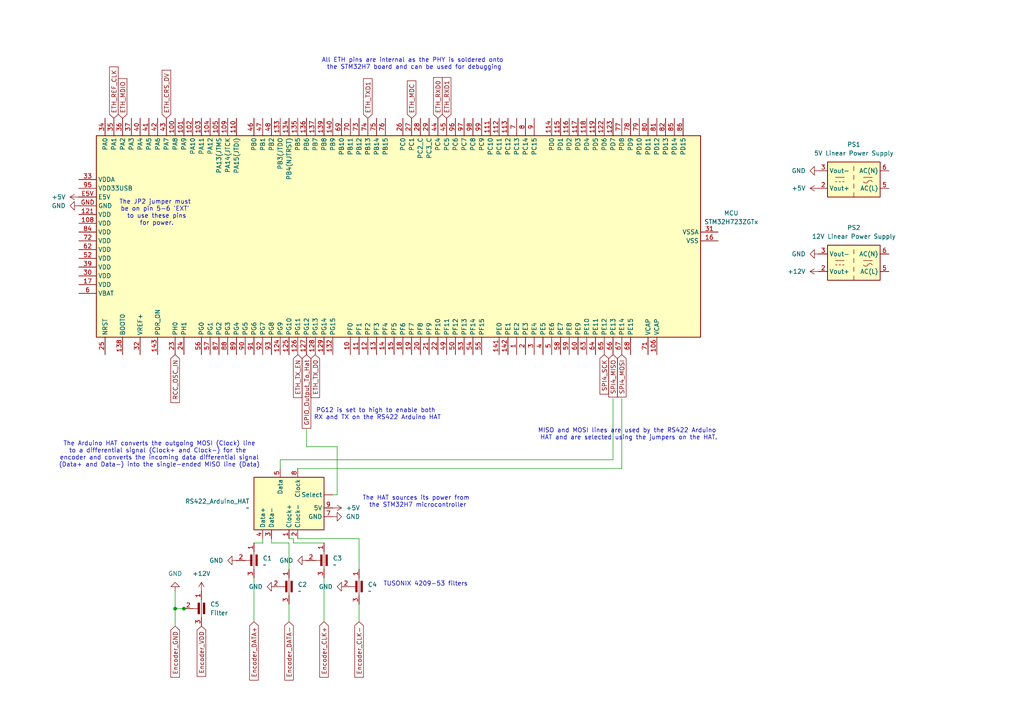
<source format=kicad_sch>
(kicad_sch (version 20231120) (generator "eeschema") (generator_version "8.0")
  (paper "A4")
  (lib_symbols
    (symbol "Converter_ACDC:TMLM04103"
      (property "Reference" "PS" (at 0 6.35 0))
      (property "Value" "TMLM04103" (at 0 -6.35 0))
      (symbol "TMLM04103_0_1"
        (rectangle (start -7.62 5.08) (end 7.62 -5.08) (stroke (width 0.254)) (fill (type background)))
        (arc (start -5.334 0.635) (mid -4.699 0.2495) (end -4.064 0.635))
        (arc (start -2.794 0.635) (mid -3.429 1.0072) (end -4.064 0.635))
        (polyline (pts (xy -5.334 -0.635) (xy -2.794 -0.635)))
        (polyline (pts (xy 0 -2.54) (xy 0 -3.81)))
        (polyline (pts (xy 0 0) (xy 0 -1.27)))
        (polyline (pts (xy 0 2.54) (xy 0 1.27)))
        (polyline (pts (xy 0 5.08) (xy 0 3.81)))
        (polyline (pts (xy 2.794 -0.635) (xy 5.334 -0.635)))
        (polyline (pts (xy 2.794 0.635) (xy 3.302 0.635)))
        (polyline (pts (xy 3.81 0.635) (xy 4.318 0.635)))
        (polyline (pts (xy 4.826 0.635) (xy 5.334 0.635)))
      )
      (symbol "TMLM04103_1_1"
        (pin power_out line (at 10.16 2.54 180) (length 2.54) (name "Vout+") (number "2"))
        (pin power_out line (at 10.16 -2.54 180) (length 2.54) (name "Vout-") (number "3"))
        (pin power_in line (at -10.16 2.54 0) (length 2.54) (name "AC(L)") (number "5"))
        (pin power_in line (at -10.16 -2.54 0) (length 2.54) (name "AC(N)") (number "6"))
      )
    )
    (symbol "Device:Filter_EMI_C" (pin_names (offset 0.254) hide)
      (property "Reference" "C" (at 0 7.62 0))
      (property "Value" "Filter_EMI_C" (at 0 5.715 0))
      (symbol "Filter_EMI_C_0_1"
        (rectangle (start -1.651 1.524) (end 1.524 2.032) (fill (type outline)))
        (polyline (pts (xy -2.54 2.54) (xy 2.54 2.54)))
        (polyline (pts (xy 0 0) (xy 0 1.778)))
        (rectangle (start 1.524 3.048) (end -1.651 3.556) (fill (type outline)))
      )
      (symbol "Filter_EMI_C_1_1"
        (pin passive line (at -5.08 2.54 0) (length 2.54) (name "1") (number "1"))
        (pin passive line (at 0 -2.54 90) (length 2.54) (name "2") (number "2"))
        (pin passive line (at 5.08 2.54 180) (length 2.54) (name "3") (number "3"))
      )
    )
    (symbol "MCU_ST_STM32H7:STM32H723ZGTx"
      (property "Reference" "U1" (at 8.0362 -95.25 90))
      (property "Value" "STM32H723ZGTx" (at 5.4962 -95.25 90))
      (symbol "STM32H723ZGTx_0_1"
        (rectangle (start -27.94 88.9) (end 30.48 -86.36) (stroke (width 0.254)) (fill (type background)))
      )
      (symbol "STM32H723ZGTx_1_1"
        (pin bidirectional line (at -33.02 -33.02 0) (length 5.08) (name "PE2") (number "1"))
        (pin bidirectional line (at -33.02 15.24 0) (length 5.08) (name "PF0") (number "10"))
        (pin bidirectional line (at 35.56 66.04 180) (length 5.08) (name "PA8") (number "100"))
        (pin bidirectional line (at 35.56 63.5 180) (length 5.08) (name "PA9") (number "101"))
        (pin bidirectional line (at 35.56 60.96 180) (length 5.08) (name "PA10") (number "102"))
        (pin bidirectional line (at 35.56 58.42 180) (length 5.08) (name "PA11") (number "103"))
        (pin bidirectional line (at 35.56 55.88 180) (length 5.08) (name "PA12") (number "104"))
        (pin bidirectional line (at 35.56 53.34 180) (length 5.08) (name "PA13(JTMS") (number "105"))
        (pin power_out line (at -33.02 -73.66 0) (length 5.08) (name "VCAP") (number "106"))
        (pin passive line (at 0 -91.44 90) (length 5.08) hide (name "VSS") (number "107"))
        (pin power_in line (at 5.08 93.98 270) (length 5.08) (name "VDD") (number "108"))
        (pin bidirectional line (at 35.56 50.8 180) (length 5.08) (name "PA14(JTCK") (number "109"))
        (pin bidirectional line (at -33.02 12.7 0) (length 5.08) (name "PF1") (number "11"))
        (pin bidirectional line (at 35.56 48.26 180) (length 5.08) (name "PA15(JTDI)") (number "110"))
        (pin bidirectional line (at 35.56 -25.4 180) (length 5.08) (name "PC10") (number "111"))
        (pin bidirectional line (at 35.56 -27.94 180) (length 5.08) (name "PC11") (number "112"))
        (pin bidirectional line (at 35.56 -30.48 180) (length 5.08) (name "PC12") (number "113"))
        (pin bidirectional line (at 35.56 -43.18 180) (length 5.08) (name "PD0") (number "114"))
        (pin bidirectional line (at 35.56 -45.72 180) (length 5.08) (name "PD1") (number "115"))
        (pin bidirectional line (at 35.56 -48.26 180) (length 5.08) (name "PD2") (number "116"))
        (pin bidirectional line (at 35.56 -50.8 180) (length 5.08) (name "PD3") (number "117"))
        (pin bidirectional line (at 35.56 -53.34 180) (length 5.08) (name "PD4") (number "118"))
        (pin bidirectional line (at 35.56 -55.88 180) (length 5.08) (name "PD5") (number "119"))
        (pin bidirectional line (at -33.02 10.16 0) (length 5.08) (name "PF2") (number "12"))
        (pin passive line (at 0 -91.44 90) (length 5.08) hide (name "VSS") (number "120"))
        (pin power_in line (at 7.62 93.98 270) (length 5.08) (name "VDD") (number "121"))
        (pin bidirectional line (at 35.56 -58.42 180) (length 5.08) (name "PD6") (number "122"))
        (pin bidirectional line (at 35.56 -60.96 180) (length 5.08) (name "PD7") (number "123"))
        (pin bidirectional line (at -33.02 35.56 0) (length 5.08) (name "PG9") (number "124"))
        (pin bidirectional line (at -33.02 33.02 0) (length 5.08) (name "PG10") (number "125"))
        (pin bidirectional line (at -33.02 30.48 0) (length 5.08) (name "PG11") (number "126"))
        (pin bidirectional line (at -33.02 27.94 0) (length 5.08) (name "PG12") (number "127"))
        (pin bidirectional line (at -33.02 25.4 0) (length 5.08) (name "PG13") (number "128"))
        (pin bidirectional line (at -33.02 22.86 0) (length 5.08) (name "PG14") (number "129"))
        (pin bidirectional line (at -33.02 7.62 0) (length 5.08) (name "PF3") (number "13"))
        (pin passive line (at 0 -91.44 90) (length 5.08) hide (name "VSS") (number "130"))
        (pin bidirectional line (at -33.02 20.32 0) (length 5.08) (name "PG15") (number "132"))
        (pin bidirectional line (at 35.56 35.56 180) (length 5.08) (name "PB3(JTDO") (number "133"))
        (pin bidirectional line (at 35.56 33.02 180) (length 5.08) (name "PB4(NJTRST)") (number "134"))
        (pin bidirectional line (at 35.56 30.48 180) (length 5.08) (name "PB5") (number "135"))
        (pin bidirectional line (at 35.56 27.94 180) (length 5.08) (name "PB6") (number "136"))
        (pin bidirectional line (at 35.56 25.4 180) (length 5.08) (name "PB7") (number "137"))
        (pin input line (at -33.02 81.28 0) (length 5.08) (name "BOOT0") (number "138"))
        (pin bidirectional line (at 35.56 22.86 180) (length 5.08) (name "PB8") (number "139"))
        (pin bidirectional line (at -33.02 5.08 0) (length 5.08) (name "PF4") (number "14"))
        (pin bidirectional line (at 35.56 20.32 180) (length 5.08) (name "PB9") (number "140"))
        (pin bidirectional line (at -33.02 -27.94 0) (length 5.08) (name "PE0") (number "141"))
        (pin bidirectional line (at -33.02 -30.48 0) (length 5.08) (name "PE1") (number "142"))
        (pin input line (at -33.02 71.12 0) (length 5.08) (name "PDR_ON") (number "143"))
        (pin bidirectional line (at -33.02 2.54 0) (length 5.08) (name "PF5") (number "15"))
        (pin power_in line (at 0 -91.44 90) (length 5.08) (name "VSS") (number "16"))
        (pin power_in line (at -12.7 93.98 270) (length 5.08) (name "VDD") (number "17"))
        (pin bidirectional line (at -33.02 0 0) (length 5.08) (name "PF6") (number "18"))
        (pin bidirectional line (at -33.02 -2.54 0) (length 5.08) (name "PF7") (number "19"))
        (pin bidirectional line (at -33.02 -35.56 0) (length 5.08) (name "PE3") (number "2"))
        (pin bidirectional line (at -33.02 -5.08 0) (length 5.08) (name "PF8") (number "20"))
        (pin bidirectional line (at -33.02 -7.62 0) (length 5.08) (name "PF9") (number "21"))
        (pin bidirectional line (at -33.02 -10.16 0) (length 5.08) (name "PF10") (number "22"))
        (pin bidirectional line (at -33.02 66.04 0) (length 5.08) (name "PH0") (number "23"))
        (pin bidirectional line (at -33.02 63.5 0) (length 5.08) (name "PH1") (number "24"))
        (pin input line (at -33.02 86.36 0) (length 5.08) (name "NRST") (number "25"))
        (pin bidirectional line (at 35.56 0 180) (length 5.08) (name "PC0") (number "26"))
        (pin bidirectional line (at 35.56 -2.54 180) (length 5.08) (name "PC1") (number "27"))
        (pin bidirectional line (at 35.56 -5.08 180) (length 5.08) (name "PC2_C") (number "28"))
        (pin bidirectional line (at 35.56 -7.62 180) (length 5.08) (name "PC3_C") (number "29"))
        (pin bidirectional line (at -33.02 -38.1 0) (length 5.08) (name "PE4") (number "3"))
        (pin power_in line (at -10.16 93.98 270) (length 5.08) (name "VDD") (number "30"))
        (pin power_in line (at 2.54 -91.44 90) (length 5.08) (name "VSSA") (number "31"))
        (pin input line (at -33.02 76.2 0) (length 5.08) (name "VREF+") (number "32"))
        (pin power_in line (at 17.78 93.98 270) (length 5.08) (name "VDDA") (number "33"))
        (pin bidirectional line (at 35.56 86.36 180) (length 5.08) (name "PA0") (number "34"))
        (pin bidirectional line (at 35.56 83.82 180) (length 5.08) (name "PA1") (number "35"))
        (pin bidirectional line (at 35.56 81.28 180) (length 5.08) (name "PA2") (number "36"))
        (pin bidirectional line (at 35.56 78.74 180) (length 5.08) (name "PA3") (number "37"))
        (pin passive line (at 0 -91.44 90) (length 5.08) hide (name "VSS") (number "38"))
        (pin power_in line (at -7.62 93.98 270) (length 5.08) (name "VDD") (number "39"))
        (pin bidirectional line (at -33.02 -40.64 0) (length 5.08) (name "PE5") (number "4"))
        (pin bidirectional line (at 35.56 76.2 180) (length 5.08) (name "PA4") (number "40"))
        (pin bidirectional line (at 35.56 73.66 180) (length 5.08) (name "PA5") (number "41"))
        (pin bidirectional line (at 35.56 71.12 180) (length 5.08) (name "PA6") (number "42"))
        (pin bidirectional line (at 35.56 68.58 180) (length 5.08) (name "PA7") (number "43"))
        (pin bidirectional line (at 35.56 -10.16 180) (length 5.08) (name "PC4") (number "44"))
        (pin bidirectional line (at 35.56 -12.7 180) (length 5.08) (name "PC5") (number "45"))
        (pin bidirectional line (at 35.56 43.18 180) (length 5.08) (name "PB0") (number "46"))
        (pin bidirectional line (at 35.56 40.64 180) (length 5.08) (name "PB1") (number "47"))
        (pin bidirectional line (at 35.56 38.1 180) (length 5.08) (name "PB2") (number "48"))
        (pin bidirectional line (at -33.02 -12.7 0) (length 5.08) (name "PF11") (number "49"))
        (pin bidirectional line (at -33.02 -43.18 0) (length 5.08) (name "PE6") (number "5"))
        (pin bidirectional line (at -33.02 -15.24 0) (length 5.08) (name "PF12") (number "50"))
        (pin passive line (at 0 -91.44 90) (length 5.08) hide (name "VSS") (number "51"))
        (pin power_in line (at -5.08 93.98 270) (length 5.08) (name "VDD") (number "52"))
        (pin bidirectional line (at -33.02 -17.78 0) (length 5.08) (name "PF13") (number "53"))
        (pin bidirectional line (at -33.02 -20.32 0) (length 5.08) (name "PF14") (number "54"))
        (pin bidirectional line (at -33.02 -22.86 0) (length 5.08) (name "PF15") (number "55"))
        (pin bidirectional line (at -33.02 58.42 0) (length 5.08) (name "PG0") (number "56"))
        (pin bidirectional line (at -33.02 55.88 0) (length 5.08) (name "PG1") (number "57"))
        (pin bidirectional line (at -33.02 -45.72 0) (length 5.08) (name "PE7") (number "58"))
        (pin bidirectional line (at -33.02 -48.26 0) (length 5.08) (name "PE8") (number "59"))
        (pin power_in line (at -15.24 93.98 270) (length 5.08) (name "VBAT") (number "6"))
        (pin bidirectional line (at -33.02 -50.8 0) (length 5.08) (name "PE9") (number "60"))
        (pin passive line (at 0 -91.44 90) (length 5.08) hide (name "VSS") (number "61"))
        (pin power_in line (at -2.54 93.98 270) (length 5.08) (name "VDD") (number "62"))
        (pin bidirectional line (at -33.02 -53.34 0) (length 5.08) (name "PE10") (number "63"))
        (pin bidirectional line (at -33.02 -55.88 0) (length 5.08) (name "PE11") (number "64"))
        (pin bidirectional line (at -33.02 -58.42 0) (length 5.08) (name "PE12") (number "65"))
        (pin bidirectional line (at -33.02 -60.96 0) (length 5.08) (name "PE13") (number "66"))
        (pin bidirectional line (at -33.02 -63.5 0) (length 5.08) (name "PE14") (number "67"))
        (pin bidirectional line (at -33.02 -66.04 0) (length 5.08) (name "PE15") (number "68"))
        (pin bidirectional line (at 35.56 17.78 180) (length 5.08) (name "PB10") (number "69"))
        (pin bidirectional line (at 35.56 -33.02 180) (length 5.08) (name "PC13") (number "7"))
        (pin bidirectional line (at 35.56 15.24 180) (length 5.08) (name "PB11") (number "70"))
        (pin power_out line (at -33.02 -71.12 0) (length 5.08) (name "VCAP") (number "71"))
        (pin power_in line (at 0 93.98 270) (length 5.08) (name "VDD") (number "72"))
        (pin bidirectional line (at 35.56 12.7 180) (length 5.08) (name "PB12") (number "73"))
        (pin bidirectional line (at 35.56 10.16 180) (length 5.08) (name "PB13") (number "74"))
        (pin bidirectional line (at 35.56 7.62 180) (length 5.08) (name "PB14") (number "75"))
        (pin bidirectional line (at 35.56 5.08 180) (length 5.08) (name "PB15") (number "76"))
        (pin bidirectional line (at 35.56 -63.5 180) (length 5.08) (name "PD8") (number "77"))
        (pin bidirectional line (at 35.56 -66.04 180) (length 5.08) (name "PD9") (number "78"))
        (pin bidirectional line (at 35.56 -68.58 180) (length 5.08) (name "PD10") (number "79"))
        (pin bidirectional line (at 35.56 -35.56 180) (length 5.08) (name "PC14") (number "8"))
        (pin bidirectional line (at 35.56 -71.12 180) (length 5.08) (name "PD11") (number "80"))
        (pin bidirectional line (at 35.56 -73.66 180) (length 5.08) (name "PD12") (number "81"))
        (pin bidirectional line (at 35.56 -76.2 180) (length 5.08) (name "PD13") (number "82"))
        (pin passive line (at 0 -91.44 90) (length 5.08) hide (name "VSS") (number "83"))
        (pin power_in line (at 2.54 93.98 270) (length 5.08) (name "VDD") (number "84"))
        (pin bidirectional line (at 35.56 -78.74 180) (length 5.08) (name "PD14") (number "85"))
        (pin bidirectional line (at 35.56 -81.28 180) (length 5.08) (name "PD15") (number "86"))
        (pin bidirectional line (at -33.02 53.34 0) (length 5.08) (name "PG2") (number "87"))
        (pin bidirectional line (at -33.02 50.8 0) (length 5.08) (name "PG3") (number "88"))
        (pin bidirectional line (at -33.02 48.26 0) (length 5.08) (name "PG4") (number "89"))
        (pin bidirectional line (at 35.56 -38.1 180) (length 5.08) (name "PC15") (number "9"))
        (pin bidirectional line (at -33.02 45.72 0) (length 5.08) (name "PG5") (number "90"))
        (pin bidirectional line (at -33.02 43.18 0) (length 5.08) (name "PG6") (number "91"))
        (pin bidirectional line (at -33.02 40.64 0) (length 5.08) (name "PG7") (number "92"))
        (pin bidirectional line (at -33.02 38.1 0) (length 5.08) (name "PG8") (number "93"))
        (pin passive line (at 0 -91.44 90) (length 5.08) hide (name "VSS") (number "94"))
        (pin power_in line (at 15.24 93.98 270) (length 5.08) (name "VDD33USB") (number "95"))
        (pin bidirectional line (at 35.56 -15.24 180) (length 5.08) (name "PC6") (number "96"))
        (pin bidirectional line (at 35.56 -17.78 180) (length 5.08) (name "PC7") (number "97"))
        (pin bidirectional line (at 35.56 -20.32 180) (length 5.08) (name "PC8") (number "98"))
        (pin bidirectional line (at 35.56 -22.86 180) (length 5.08) (name "PC9") (number "99"))
        (pin power_in line (at 12.7 93.98 270) (length 5.08) (name "E5V") (number "E5V"))
        (pin power_in line (at 10.16 93.98 270) (length 5.08) (name "GND") (number "GND"))
      )
    )
    (symbol "TPA6203A1DGN_1"
      (property "Reference" "RS422_Arduino_HAT" (at 0.6351 11.43 90))
      (property "Value" "~" (at -1.27 11.43 90))
      (symbol "TPA6203A1DGN_1_0_1"
        (rectangle (start -7.62 10.16) (end 7.62 -10.16) (stroke (width 0.254)) (fill (type background)))
      )
      (symbol "TPA6203A1DGN_1_1_1"
        (pin input line (at 2.54 -12.7 90) (length 2.54) (name "Select") (number ""))
        (pin output line (at -10.16 0 0) (length 2.54) (name "Clock+") (number "1"))
        (pin output line (at -10.16 -2.54 0) (length 2.54) (name "Clock-") (number "2"))
        (pin input line (at -10.16 5.08 0) (length 2.54) (name "Data-") (number "3"))
        (pin input line (at -10.16 7.62 0) (length 2.54) (name "Data+") (number "4"))
        (pin output line (at 10.16 2.54 180) (length 2.54) (name "Data") (number "5"))
        (pin power_in line (at -3.81 -12.7 90) (length 2.54) (name "GND") (number "7"))
        (pin input line (at 10.16 -2.54 180) (length 2.54) (name "Clock") (number "8"))
        (pin power_in line (at -1.27 -12.7 90) (length 2.54) (name "5V") (number "9"))
      )
    )
    (symbol "power:+12V" (power) (pin_numbers hide) (pin_names (offset 0) hide)
      (property "Value" "+12V" (at 0 3.556 0))
      (symbol "+12V_0_1"
        (polyline (pts (xy -0.762 1.27) (xy 0 2.54)))
        (polyline (pts (xy 0 0) (xy 0 2.54)))
        (polyline (pts (xy 0 2.54) (xy 0.762 1.27)))
      )
      (symbol "+12V_1_1"
        (pin power_in line (at 0 0 90) (length 0) (name "~") (number "1"))
      )
    )
    (symbol "power:+5V" (power) (pin_numbers hide) (pin_names (offset 0) hide)
      (property "Value" "+5V" (at 0 3.556 0))
      (symbol "+5V_0_1"
        (polyline (pts (xy -0.762 1.27) (xy 0 2.54)))
        (polyline (pts (xy 0 0) (xy 0 2.54)))
        (polyline (pts (xy 0 2.54) (xy 0.762 1.27)))
      )
      (symbol "+5V_1_1"
        (pin power_in line (at 0 0 90) (length 0) (name "~") (number "1"))
      )
    )
    (symbol "power:GND" (power) (pin_numbers hide) (pin_names (offset 0) hide)
      (property "Value" "GND" (at 0 -3.81 0))
      (symbol "GND_0_1"
        (polyline (pts (xy 0 0) (xy 0 -1.27) (xy 1.27 -1.27) (xy 0 -2.54) (xy -1.27 -1.27) (xy 0 -1.27)))
      )
      (symbol "GND_1_1"
        (pin power_in line (at 0 0 270) (length 0) (name "~") (number "1"))
      )
    )
  )
  (junction (at 53.34 176.53))
  (junction (at 50.8 176.53))
  (wire (pts (xy 83.82 156.21) (xy 85.09 156.21)))
  (wire (pts (xy 50.8 176.53) (xy 53.34 176.53)))
  (wire (pts (xy 177.8 115.57) (xy 177.8 133.35)))
  (wire (pts (xy 93.98 167.64) (xy 93.98 180.34)))
  (wire (pts (xy 104.14 156.21) (xy 104.14 165.1)))
  (wire (pts (xy 86.36 135.89) (xy 180.34 135.89)))
  (wire (pts (xy 83.82 157.48) (xy 78.74 157.48)))
  (wire (pts (xy 180.34 115.57) (xy 180.34 135.89)))
  (wire (pts (xy 100.33 170.18) (xy 99.06 170.18)))
  (wire (pts (xy 83.82 165.1) (xy 83.82 157.48)))
  (wire (pts (xy 76.2 156.21) (xy 76.2 157.48)))
  (wire (pts (xy 78.74 170.18) (xy 80.01 170.18)))
  (wire (pts (xy 78.74 157.48) (xy 78.74 156.21)))
  (wire (pts (xy 88.9 124.46) (xy 88.9 129.54)))
  (wire (pts (xy 81.28 133.35) (xy 177.8 133.35)))
  (wire (pts (xy 86.36 156.21) (xy 104.14 156.21)))
  (wire (pts (xy 88.9 129.54) (xy 97.79 129.54)))
  (wire (pts (xy 83.82 175.26) (xy 83.82 180.34)))
  (wire (pts (xy 76.2 157.48) (xy 73.66 157.48)))
  (wire (pts (xy 97.79 143.51) (xy 96.52 143.51)))
  (wire (pts (xy 81.28 135.89) (xy 81.28 133.35)))
  (wire (pts (xy 73.66 167.64) (xy 73.66 180.34)))
  (wire (pts (xy 50.8 171.45) (xy 50.8 176.53)))
  (wire (pts (xy 85.09 156.21) (xy 85.09 157.48)))
  (wire (pts (xy 97.79 129.54) (xy 97.79 143.51)))
  (wire (pts (xy 104.14 175.26) (xy 104.14 180.34)))
  (wire (pts (xy 50.8 176.53) (xy 50.8 181.61)))
  (wire (pts (xy 85.09 157.48) (xy 93.98 157.48)))
  (wire (pts (xy 53.34 176.53) (xy 54.61 176.53)))
  (text "The HAT sources its power from \nthe STM32H7 microcontroller" (at 121.158 145.542 0) (effects (font (size 1.27 1.27))))
  (text "MISO and MOSI lines are used by the RS422 Arduino \nHAT and are selected using the jumpers on the HAT.\n" (at 182.372 125.984 0) (effects (font (size 1.27 1.27))))
  (text "The Arduino HAT converts the outgoing MOSI (Clock) line\nto a differential signal (Clock+ and Clock-) for the \nencoder and converts the incoming data differential signal\n(Data+ and Data-) into the single-ended MISO line (Data)" (at 46.228 131.826 0) (effects (font (size 1.27 1.27))))
  (text "PG12 is set to high to enable both \nRX and TX on the RS422 Arduino HAT" (at 109.474 120.142 0) (effects (font (size 1.27 1.27))))
  (text "All ETH pins are internal as the PHY is soldered onto \nthe STM32H7 board and can be used for debugging" (at 120.142 18.542 0) (effects (font (size 1.27 1.27))))
  (text "The JP2 jumper must \nbe on pin 5-6 'EXT' \nto use these pins\nfor power." (at 45.466 61.722 0) (effects (font (size 1.27 1.27))))
  (text "TUSONIX 4209-53 filters\n" (at 123.444 169.418 0) (effects (font (size 1.27 1.27))))
  (global_label "RCC_OSC_IN" (shape input) (at 50.8 102.87 270) (property "Intersheetrefs" "${INTERSHEET_REFS}" (effects (hide yes))))
  (global_label "GPIO_Output_To_Hat" (shape input) (at 88.9 102.87 270) (property "Intersheetrefs" "${INTERSHEET_REFS}" (effects (hide yes))))
  (global_label "ETH_TXD1" (shape input) (at 106.68 34.29 90) (property "Intersheetrefs" "${INTERSHEET_REFS}" (effects (hide yes))))
  (global_label "ETH_TX_D0" (shape input) (at 91.44 102.87 270) (property "Intersheetrefs" "${INTERSHEET_REFS}" (effects (hide yes))))
  (global_label "ETH_CRS_DV" (shape input) (at 48.26 34.29 90) (property "Intersheetrefs" "${INTERSHEET_REFS}" (effects (hide yes))))
  (global_label "Encoder_DATA+" (shape input) (at 73.66 180.34 270) (property "Intersheetrefs" "${INTERSHEET_REFS}" (effects (hide yes))))
  (global_label "Encoder_DATA-" (shape input) (at 83.82 180.34 270) (property "Intersheetrefs" "${INTERSHEET_REFS}" (effects (hide yes))))
  (global_label "Encoder_CLK-" (shape input) (at 104.14 180.34 270) (property "Intersheetrefs" "${INTERSHEET_REFS}" (effects (hide yes))))
  (global_label "SPI4_SCK" (shape input) (at 175.26 102.87 270) (property "Intersheetrefs" "${INTERSHEET_REFS}" (effects (hide yes))))
  (global_label "SPI4_MISO" (shape input) (at 177.8 102.87 270) (property "Intersheetrefs" "${INTERSHEET_REFS}" (effects (hide yes))))
  (global_label "ETH_RXD1" (shape input) (at 129.54 34.29 90) (property "Intersheetrefs" "${INTERSHEET_REFS}" (effects (hide yes))))
  (global_label "ETH_TX_EN" (shape input) (at 86.36 102.87 270) (property "Intersheetrefs" "${INTERSHEET_REFS}" (effects (hide yes))))
  (global_label "SPI4_MOSI" (shape input) (at 180.34 102.87 270) (property "Intersheetrefs" "${INTERSHEET_REFS}" (effects (hide yes))))
  (global_label "Encoder_CLK+" (shape input) (at 93.98 180.34 270) (property "Intersheetrefs" "${INTERSHEET_REFS}" (effects (hide yes))))
  (global_label "ETH_MDC" (shape input) (at 119.38 34.29 90) (property "Intersheetrefs" "${INTERSHEET_REFS}" (effects (hide yes))))
  (global_label "ETH_MDIO" (shape input) (at 35.56 34.29 90) (property "Intersheetrefs" "${INTERSHEET_REFS}" (effects (hide yes))))
  (global_label "Encoder_GND" (shape input) (at 50.8 181.61 270) (property "Intersheetrefs" "${INTERSHEET_REFS}" (effects (hide yes))))
  (global_label "ETH_REF_CLK" (shape input) (at 33.02 34.29 90) (property "Intersheetrefs" "${INTERSHEET_REFS}" (effects (hide yes))))
  (global_label "ETH_RXD0" (shape input) (at 127 34.29 90) (property "Intersheetrefs" "${INTERSHEET_REFS}" (effects (hide yes))))
  (global_label "Encoder_VDD" (shape input) (at 58.42 181.61 270) (property "Intersheetrefs" "${INTERSHEET_REFS}" (effects (hide yes))))
  (symbol (lib_id "power:+5V") (at 237.49 54.61 90) (unit 1)
    (property "Reference" "#PWR08" (effects (hide yes)))
    (property "Value" "+5V" (at 233.68 54.6099 90) (effects (justify left)))
    (property "Description" "Power symbol creates a global label with name \"+5V\"" (effects (hide yes)))
  )
  (symbol (lib_id "power:+12V") (at 58.42 171.45 0) (unit 1)
    (property "Reference" "#PWR06" (effects (hide yes)))
    (property "Value" "+12V" (at 58.42 166.37 0))
    (property "Description" "Power symbol creates a global label with name \"+12V\"" (effects (hide yes)))
  )
  (symbol (lib_id "Device:Filter_EMI_C") (at 101.6 170.18 270) (unit 1)
    (property "Reference" "C4" (at 106.68 169.5449 90) (effects (justify left)))
    (property "Value" "~" (at 106.68 171.45 90) (effects (justify left)))
    (property "Datasheet" "http://www.murata.com/~/media/webrenewal/support/library/catalog/products/emc/emifil/c31e.ashx?la=en-gb" (effects (hide yes)))
    (property "Description" "EMI filter, single capacitor" (effects (hide yes)))
  )
  (symbol (lib_id "power:GND") (at 100.33 170.18 270) (unit 1)
    (property "Reference" "#PWR014" (effects (hide yes)))
    (property "Value" "GND" (at 96.52 170.1799 90) (effects (justify right)))
    (property "Description" "Power symbol creates a global label with name \"GND\" , ground" (effects (hide yes)))
  )
  (symbol (lib_id "power:GND") (at 88.9 162.56 270) (unit 1)
    (property "Reference" "#PWR013" (effects (hide yes)))
    (property "Value" "GND" (at 85.09 162.5599 90) (effects (justify right)))
    (property "Description" "Power symbol creates a global label with name \"GND\" , ground" (effects (hide yes)))
  )
  (symbol (lib_id "Device:Filter_EMI_C") (at 55.88 176.53 270) (unit 1)
    (property "Reference" "C5" (at 60.96 175.2599 90) (effects (justify left)))
    (property "Value" "Filter" (at 60.96 177.7999 90) (effects (justify left)))
    (property "Datasheet" "http://www.murata.com/~/media/webrenewal/support/library/catalog/products/emc/emifil/c31e.ashx?la=en-gb" (effects (hide yes)))
    (property "Description" "EMI filter, single capacitor" (effects (hide yes)))
  )
  (symbol (lib_id "Converter_ACDC:TMLM04103") (at 247.65 76.2 180) (unit 1)
    (property "Reference" "PS2" (at 247.65 66.04 0))
    (property "Value" "12V Linear Power Supply" (at 247.65 68.58 0))
    (property "Footprint" "Converter_ACDC:Converter_ACDC_TRACO_TMLM-04_THT" (effects (hide yes)))
    (property "Datasheet" "https://www.tracopower.com/products/tmlm.pdf" (effects (hide yes)))
    (property "Description" "3.3V 1200mA AC/DC low noise power module" (effects (hide yes)))
  )
  (symbol (lib_id "power:GND") (at 22.86 59.69 270) (unit 1)
    (property "Reference" "#PWR02" (effects (hide yes)))
    (property "Value" "GND" (at 19.05 59.6899 90) (effects (justify right)))
    (property "Description" "Power symbol creates a global label with name \"GND\" , ground" (effects (hide yes)))
  )
  (symbol (lib_id "power:GND") (at 68.58 162.56 270) (unit 1)
    (property "Reference" "#PWR011" (effects (hide yes)))
    (property "Value" "GND" (at 64.77 162.5599 90) (effects (justify right)))
    (property "Description" "Power symbol creates a global label with name \"GND\" , ground" (effects (hide yes)))
  )
  (symbol (lib_id "Converter_ACDC:TMLM04103") (at 247.65 52.07 180) (unit 1)
    (property "Reference" "PS1" (at 247.65 41.91 0))
    (property "Value" "5V Linear Power Supply" (at 247.65 44.45 0))
    (property "Footprint" "Converter_ACDC:Converter_ACDC_TRACO_TMLM-04_THT" (effects (hide yes)))
    (property "Datasheet" "https://www.tracopower.com/products/tmlm.pdf" (effects (hide yes)))
    (property "Description" "3.3V 1200mA AC/DC low noise power module" (effects (hide yes)))
  )
  (symbol (lib_id "power:GND") (at 96.52 149.86 90) (unit 1)
    (property "Reference" "#PWR04" (effects (hide yes)))
    (property "Value" "GND" (at 100.33 149.8599 90) (effects (justify right)))
    (property "Description" "Power symbol creates a global label with name \"GND\" , ground" (effects (hide yes)))
  )
  (symbol (lib_id "Device:Filter_EMI_C") (at 71.12 162.56 270) (unit 1)
    (property "Reference" "C1" (at 76.2 161.9249 90) (effects (justify left)))
    (property "Value" "~" (at 76.2 163.83 90) (effects (justify left)))
    (property "Datasheet" "http://www.murata.com/~/media/webrenewal/support/library/catalog/products/emc/emifil/c31e.ashx?la=en-gb" (effects (hide yes)))
    (property "Description" "EMI filter, single capacitor" (effects (hide yes)))
  )
  (symbol (lib_id "power:GND") (at 50.8 171.45 180) (unit 1)
    (property "Reference" "#PWR05" (effects (hide yes)))
    (property "Value" "GND" (at 50.8 166.37 0))
    (property "Description" "Power symbol creates a global label with name \"GND\" , ground" (effects (hide yes)))
  )
  (symbol (lib_name "TPA6203A1DGN_1") (lib_id "Amplifier_Audio:TPA6203A1DGN") (at 83.82 146.05 90) (unit 1)
    (property "Reference" "RS422_Arduino_HAT" (at 72.39 145.4149 90) (effects (justify left)))
    (property "Value" "~" (at 72.39 147.32 90) (effects (justify left)))
    (property "Description" "RS422 Arduino HAT" (effects (hide yes)))
  )
  (symbol (lib_id "power:+12V") (at 237.49 78.74 90) (unit 1)
    (property "Reference" "#PWR07" (effects (hide yes)))
    (property "Value" "+12V" (at 233.68 78.7399 90) (effects (justify left)))
    (property "Description" "Power symbol creates a global label with name \"+12V\"" (effects (hide yes)))
  )
  (symbol (lib_id "Device:Filter_EMI_C") (at 91.44 162.56 270) (unit 1)
    (property "Reference" "C3" (at 96.52 161.9249 90) (effects (justify left)))
    (property "Value" "~" (at 96.52 163.83 90) (effects (justify left)))
    (property "Datasheet" "http://www.murata.com/~/media/webrenewal/support/library/catalog/products/emc/emifil/c31e.ashx?la=en-gb" (effects (hide yes)))
    (property "Description" "EMI filter, single capacitor" (effects (hide yes)))
  )
  (symbol (lib_id "Device:Filter_EMI_C") (at 81.28 170.18 270) (unit 1)
    (property "Reference" "C2" (at 86.36 169.5449 90) (effects (justify left)))
    (property "Value" "~" (at 86.36 171.45 90) (effects (justify left)))
    (property "Datasheet" "http://www.murata.com/~/media/webrenewal/support/library/catalog/products/emc/emifil/c31e.ashx?la=en-gb" (effects (hide yes)))
    (property "Description" "EMI filter, single capacitor" (effects (hide yes)))
  )
  (symbol (lib_id "power:GND") (at 237.49 73.66 270) (unit 1)
    (property "Reference" "#PWR010" (effects (hide yes)))
    (property "Value" "GND" (at 233.68 73.6599 90) (effects (justify right)))
    (property "Description" "Power symbol creates a global label with name \"GND\" , ground" (effects (hide yes)))
  )
  (symbol (lib_id "power:GND") (at 80.01 170.18 270) (unit 1)
    (property "Reference" "#PWR012" (effects (hide yes)))
    (property "Value" "GND" (at 76.2 170.1799 90) (effects (justify right)))
    (property "Description" "Power symbol creates a global label with name \"GND\" , ground" (effects (hide yes)))
  )
  (symbol (lib_id "power:+5V") (at 22.86 57.15 90) (unit 1)
    (property "Reference" "#PWR01" (effects (hide yes)))
    (property "Value" "+5V" (at 19.05 57.1499 90) (effects (justify left)))
    (property "Description" "Power symbol creates a global label with name \"+5V\"" (effects (hide yes)))
  )
  (symbol (lib_id "power:GND") (at 237.49 49.53 270) (unit 1)
    (property "Reference" "#PWR09" (effects (hide yes)))
    (property "Value" "GND" (at 233.68 49.5299 90) (effects (justify right)))
    (property "Description" "Power symbol creates a global label with name \"GND\" , ground" (effects (hide yes)))
  )
  (symbol (lib_id "MCU_ST_STM32H7:STM32H723ZGTx") (at 116.84 69.85 90) (unit 1)
    (property "Reference" "MCU" (at 212.09 61.8138 90))
    (property "Value" "STM32H723ZGTx" (at 212.09 64.3538 90))
    (property "Footprint" "Package_QFP:LQFP-144_20x20mm_P0.5mm" (effects (hide yes)))
    (property "Datasheet" "https://www.st.com/resource/en/datasheet/stm32h723zg.pdf" (effects (hide yes)))
    (property "Description" "STMicroelectronics Arm Cortex-M7 MCU, 1024KB flash, 564KB RAM, 550 MHz, 1.62-3.6V, 114 GPIO, LQFP144" (effects (hide yes)))
  )
  (symbol (lib_id "power:+5V") (at 96.52 147.32 270) (unit 1)
    (property "Reference" "#PWR03" (effects (hide yes)))
    (property "Value" "+5V" (at 100.33 147.3199 90) (effects (justify left)))
    (property "Description" "Power symbol creates a global label with name \"+5V\"" (effects (hide yes)))
  )
)
</source>
